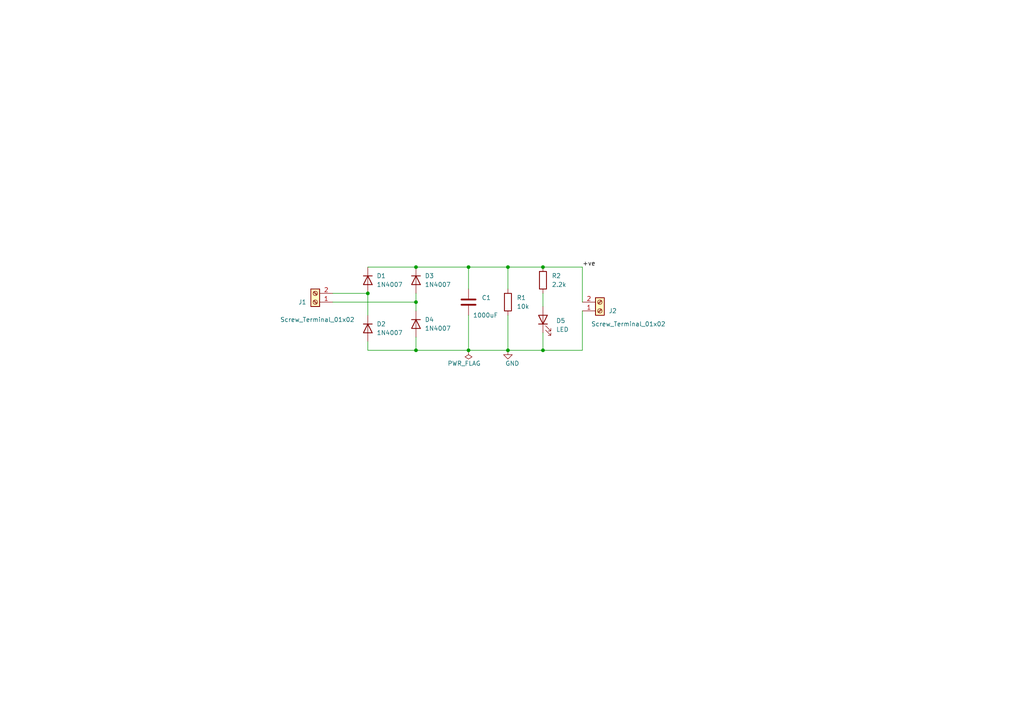
<source format=kicad_sch>
(kicad_sch
	(version 20250114)
	(generator "eeschema")
	(generator_version "9.0")
	(uuid "bcbd4b58-9440-4ee4-bcec-aa4c6605a62b")
	(paper "A4")
	(title_block
		(title "AC to DC converter")
		(date "2025-07-01")
	)
	(lib_symbols
		(symbol "Connector:Screw_Terminal_01x02"
			(pin_names
				(offset 1.016)
				(hide yes)
			)
			(exclude_from_sim no)
			(in_bom yes)
			(on_board yes)
			(property "Reference" "J"
				(at 0 2.54 0)
				(effects
					(font
						(size 1.27 1.27)
					)
				)
			)
			(property "Value" "Screw_Terminal_01x02"
				(at 0 -5.08 0)
				(effects
					(font
						(size 1.27 1.27)
					)
				)
			)
			(property "Footprint" ""
				(at 0 0 0)
				(effects
					(font
						(size 1.27 1.27)
					)
					(hide yes)
				)
			)
			(property "Datasheet" "~"
				(at 0 0 0)
				(effects
					(font
						(size 1.27 1.27)
					)
					(hide yes)
				)
			)
			(property "Description" "Generic screw terminal, single row, 01x02, script generated (kicad-library-utils/schlib/autogen/connector/)"
				(at 0 0 0)
				(effects
					(font
						(size 1.27 1.27)
					)
					(hide yes)
				)
			)
			(property "ki_keywords" "screw terminal"
				(at 0 0 0)
				(effects
					(font
						(size 1.27 1.27)
					)
					(hide yes)
				)
			)
			(property "ki_fp_filters" "TerminalBlock*:*"
				(at 0 0 0)
				(effects
					(font
						(size 1.27 1.27)
					)
					(hide yes)
				)
			)
			(symbol "Screw_Terminal_01x02_1_1"
				(rectangle
					(start -1.27 1.27)
					(end 1.27 -3.81)
					(stroke
						(width 0.254)
						(type default)
					)
					(fill
						(type background)
					)
				)
				(polyline
					(pts
						(xy -0.5334 0.3302) (xy 0.3302 -0.508)
					)
					(stroke
						(width 0.1524)
						(type default)
					)
					(fill
						(type none)
					)
				)
				(polyline
					(pts
						(xy -0.5334 -2.2098) (xy 0.3302 -3.048)
					)
					(stroke
						(width 0.1524)
						(type default)
					)
					(fill
						(type none)
					)
				)
				(polyline
					(pts
						(xy -0.3556 0.508) (xy 0.508 -0.3302)
					)
					(stroke
						(width 0.1524)
						(type default)
					)
					(fill
						(type none)
					)
				)
				(polyline
					(pts
						(xy -0.3556 -2.032) (xy 0.508 -2.8702)
					)
					(stroke
						(width 0.1524)
						(type default)
					)
					(fill
						(type none)
					)
				)
				(circle
					(center 0 0)
					(radius 0.635)
					(stroke
						(width 0.1524)
						(type default)
					)
					(fill
						(type none)
					)
				)
				(circle
					(center 0 -2.54)
					(radius 0.635)
					(stroke
						(width 0.1524)
						(type default)
					)
					(fill
						(type none)
					)
				)
				(pin passive line
					(at -5.08 0 0)
					(length 3.81)
					(name "Pin_1"
						(effects
							(font
								(size 1.27 1.27)
							)
						)
					)
					(number "1"
						(effects
							(font
								(size 1.27 1.27)
							)
						)
					)
				)
				(pin passive line
					(at -5.08 -2.54 0)
					(length 3.81)
					(name "Pin_2"
						(effects
							(font
								(size 1.27 1.27)
							)
						)
					)
					(number "2"
						(effects
							(font
								(size 1.27 1.27)
							)
						)
					)
				)
			)
			(embedded_fonts no)
		)
		(symbol "Device:C"
			(pin_numbers
				(hide yes)
			)
			(pin_names
				(offset 0.254)
			)
			(exclude_from_sim no)
			(in_bom yes)
			(on_board yes)
			(property "Reference" "C"
				(at 0.635 2.54 0)
				(effects
					(font
						(size 1.27 1.27)
					)
					(justify left)
				)
			)
			(property "Value" "C"
				(at 0.635 -2.54 0)
				(effects
					(font
						(size 1.27 1.27)
					)
					(justify left)
				)
			)
			(property "Footprint" ""
				(at 0.9652 -3.81 0)
				(effects
					(font
						(size 1.27 1.27)
					)
					(hide yes)
				)
			)
			(property "Datasheet" "~"
				(at 0 0 0)
				(effects
					(font
						(size 1.27 1.27)
					)
					(hide yes)
				)
			)
			(property "Description" "Unpolarized capacitor"
				(at 0 0 0)
				(effects
					(font
						(size 1.27 1.27)
					)
					(hide yes)
				)
			)
			(property "ki_keywords" "cap capacitor"
				(at 0 0 0)
				(effects
					(font
						(size 1.27 1.27)
					)
					(hide yes)
				)
			)
			(property "ki_fp_filters" "C_*"
				(at 0 0 0)
				(effects
					(font
						(size 1.27 1.27)
					)
					(hide yes)
				)
			)
			(symbol "C_0_1"
				(polyline
					(pts
						(xy -2.032 0.762) (xy 2.032 0.762)
					)
					(stroke
						(width 0.508)
						(type default)
					)
					(fill
						(type none)
					)
				)
				(polyline
					(pts
						(xy -2.032 -0.762) (xy 2.032 -0.762)
					)
					(stroke
						(width 0.508)
						(type default)
					)
					(fill
						(type none)
					)
				)
			)
			(symbol "C_1_1"
				(pin passive line
					(at 0 3.81 270)
					(length 2.794)
					(name "~"
						(effects
							(font
								(size 1.27 1.27)
							)
						)
					)
					(number "1"
						(effects
							(font
								(size 1.27 1.27)
							)
						)
					)
				)
				(pin passive line
					(at 0 -3.81 90)
					(length 2.794)
					(name "~"
						(effects
							(font
								(size 1.27 1.27)
							)
						)
					)
					(number "2"
						(effects
							(font
								(size 1.27 1.27)
							)
						)
					)
				)
			)
			(embedded_fonts no)
		)
		(symbol "Device:LED"
			(pin_numbers
				(hide yes)
			)
			(pin_names
				(offset 1.016)
				(hide yes)
			)
			(exclude_from_sim no)
			(in_bom yes)
			(on_board yes)
			(property "Reference" "D"
				(at 0 2.54 0)
				(effects
					(font
						(size 1.27 1.27)
					)
				)
			)
			(property "Value" "LED"
				(at 0 -2.54 0)
				(effects
					(font
						(size 1.27 1.27)
					)
				)
			)
			(property "Footprint" ""
				(at 0 0 0)
				(effects
					(font
						(size 1.27 1.27)
					)
					(hide yes)
				)
			)
			(property "Datasheet" "~"
				(at 0 0 0)
				(effects
					(font
						(size 1.27 1.27)
					)
					(hide yes)
				)
			)
			(property "Description" "Light emitting diode"
				(at 0 0 0)
				(effects
					(font
						(size 1.27 1.27)
					)
					(hide yes)
				)
			)
			(property "Sim.Pins" "1=K 2=A"
				(at 0 0 0)
				(effects
					(font
						(size 1.27 1.27)
					)
					(hide yes)
				)
			)
			(property "ki_keywords" "LED diode"
				(at 0 0 0)
				(effects
					(font
						(size 1.27 1.27)
					)
					(hide yes)
				)
			)
			(property "ki_fp_filters" "LED* LED_SMD:* LED_THT:*"
				(at 0 0 0)
				(effects
					(font
						(size 1.27 1.27)
					)
					(hide yes)
				)
			)
			(symbol "LED_0_1"
				(polyline
					(pts
						(xy -3.048 -0.762) (xy -4.572 -2.286) (xy -3.81 -2.286) (xy -4.572 -2.286) (xy -4.572 -1.524)
					)
					(stroke
						(width 0)
						(type default)
					)
					(fill
						(type none)
					)
				)
				(polyline
					(pts
						(xy -1.778 -0.762) (xy -3.302 -2.286) (xy -2.54 -2.286) (xy -3.302 -2.286) (xy -3.302 -1.524)
					)
					(stroke
						(width 0)
						(type default)
					)
					(fill
						(type none)
					)
				)
				(polyline
					(pts
						(xy -1.27 0) (xy 1.27 0)
					)
					(stroke
						(width 0)
						(type default)
					)
					(fill
						(type none)
					)
				)
				(polyline
					(pts
						(xy -1.27 -1.27) (xy -1.27 1.27)
					)
					(stroke
						(width 0.254)
						(type default)
					)
					(fill
						(type none)
					)
				)
				(polyline
					(pts
						(xy 1.27 -1.27) (xy 1.27 1.27) (xy -1.27 0) (xy 1.27 -1.27)
					)
					(stroke
						(width 0.254)
						(type default)
					)
					(fill
						(type none)
					)
				)
			)
			(symbol "LED_1_1"
				(pin passive line
					(at -3.81 0 0)
					(length 2.54)
					(name "K"
						(effects
							(font
								(size 1.27 1.27)
							)
						)
					)
					(number "1"
						(effects
							(font
								(size 1.27 1.27)
							)
						)
					)
				)
				(pin passive line
					(at 3.81 0 180)
					(length 2.54)
					(name "A"
						(effects
							(font
								(size 1.27 1.27)
							)
						)
					)
					(number "2"
						(effects
							(font
								(size 1.27 1.27)
							)
						)
					)
				)
			)
			(embedded_fonts no)
		)
		(symbol "Device:R"
			(pin_numbers
				(hide yes)
			)
			(pin_names
				(offset 0)
			)
			(exclude_from_sim no)
			(in_bom yes)
			(on_board yes)
			(property "Reference" "R"
				(at 2.032 0 90)
				(effects
					(font
						(size 1.27 1.27)
					)
				)
			)
			(property "Value" "R"
				(at 0 0 90)
				(effects
					(font
						(size 1.27 1.27)
					)
				)
			)
			(property "Footprint" ""
				(at -1.778 0 90)
				(effects
					(font
						(size 1.27 1.27)
					)
					(hide yes)
				)
			)
			(property "Datasheet" "~"
				(at 0 0 0)
				(effects
					(font
						(size 1.27 1.27)
					)
					(hide yes)
				)
			)
			(property "Description" "Resistor"
				(at 0 0 0)
				(effects
					(font
						(size 1.27 1.27)
					)
					(hide yes)
				)
			)
			(property "ki_keywords" "R res resistor"
				(at 0 0 0)
				(effects
					(font
						(size 1.27 1.27)
					)
					(hide yes)
				)
			)
			(property "ki_fp_filters" "R_*"
				(at 0 0 0)
				(effects
					(font
						(size 1.27 1.27)
					)
					(hide yes)
				)
			)
			(symbol "R_0_1"
				(rectangle
					(start -1.016 -2.54)
					(end 1.016 2.54)
					(stroke
						(width 0.254)
						(type default)
					)
					(fill
						(type none)
					)
				)
			)
			(symbol "R_1_1"
				(pin passive line
					(at 0 3.81 270)
					(length 1.27)
					(name "~"
						(effects
							(font
								(size 1.27 1.27)
							)
						)
					)
					(number "1"
						(effects
							(font
								(size 1.27 1.27)
							)
						)
					)
				)
				(pin passive line
					(at 0 -3.81 90)
					(length 1.27)
					(name "~"
						(effects
							(font
								(size 1.27 1.27)
							)
						)
					)
					(number "2"
						(effects
							(font
								(size 1.27 1.27)
							)
						)
					)
				)
			)
			(embedded_fonts no)
		)
		(symbol "Diode:1N4007"
			(pin_numbers
				(hide yes)
			)
			(pin_names
				(hide yes)
			)
			(exclude_from_sim no)
			(in_bom yes)
			(on_board yes)
			(property "Reference" "D"
				(at 0 2.54 0)
				(effects
					(font
						(size 1.27 1.27)
					)
				)
			)
			(property "Value" "1N4007"
				(at 0 -2.54 0)
				(effects
					(font
						(size 1.27 1.27)
					)
				)
			)
			(property "Footprint" "Diode_THT:D_DO-41_SOD81_P10.16mm_Horizontal"
				(at 0 -4.445 0)
				(effects
					(font
						(size 1.27 1.27)
					)
					(hide yes)
				)
			)
			(property "Datasheet" "http://www.vishay.com/docs/88503/1n4001.pdf"
				(at 0 0 0)
				(effects
					(font
						(size 1.27 1.27)
					)
					(hide yes)
				)
			)
			(property "Description" "1000V 1A General Purpose Rectifier Diode, DO-41"
				(at 0 0 0)
				(effects
					(font
						(size 1.27 1.27)
					)
					(hide yes)
				)
			)
			(property "Sim.Device" "D"
				(at 0 0 0)
				(effects
					(font
						(size 1.27 1.27)
					)
					(hide yes)
				)
			)
			(property "Sim.Pins" "1=K 2=A"
				(at 0 0 0)
				(effects
					(font
						(size 1.27 1.27)
					)
					(hide yes)
				)
			)
			(property "ki_keywords" "diode"
				(at 0 0 0)
				(effects
					(font
						(size 1.27 1.27)
					)
					(hide yes)
				)
			)
			(property "ki_fp_filters" "D*DO?41*"
				(at 0 0 0)
				(effects
					(font
						(size 1.27 1.27)
					)
					(hide yes)
				)
			)
			(symbol "1N4007_0_1"
				(polyline
					(pts
						(xy -1.27 1.27) (xy -1.27 -1.27)
					)
					(stroke
						(width 0.254)
						(type default)
					)
					(fill
						(type none)
					)
				)
				(polyline
					(pts
						(xy 1.27 1.27) (xy 1.27 -1.27) (xy -1.27 0) (xy 1.27 1.27)
					)
					(stroke
						(width 0.254)
						(type default)
					)
					(fill
						(type none)
					)
				)
				(polyline
					(pts
						(xy 1.27 0) (xy -1.27 0)
					)
					(stroke
						(width 0)
						(type default)
					)
					(fill
						(type none)
					)
				)
			)
			(symbol "1N4007_1_1"
				(pin passive line
					(at -3.81 0 0)
					(length 2.54)
					(name "K"
						(effects
							(font
								(size 1.27 1.27)
							)
						)
					)
					(number "1"
						(effects
							(font
								(size 1.27 1.27)
							)
						)
					)
				)
				(pin passive line
					(at 3.81 0 180)
					(length 2.54)
					(name "A"
						(effects
							(font
								(size 1.27 1.27)
							)
						)
					)
					(number "2"
						(effects
							(font
								(size 1.27 1.27)
							)
						)
					)
				)
			)
			(embedded_fonts no)
		)
		(symbol "power:GND"
			(power)
			(pin_numbers
				(hide yes)
			)
			(pin_names
				(offset 0)
				(hide yes)
			)
			(exclude_from_sim no)
			(in_bom yes)
			(on_board yes)
			(property "Reference" "#PWR"
				(at 0 -6.35 0)
				(effects
					(font
						(size 1.27 1.27)
					)
					(hide yes)
				)
			)
			(property "Value" "GND"
				(at 0 -3.81 0)
				(effects
					(font
						(size 1.27 1.27)
					)
				)
			)
			(property "Footprint" ""
				(at 0 0 0)
				(effects
					(font
						(size 1.27 1.27)
					)
					(hide yes)
				)
			)
			(property "Datasheet" ""
				(at 0 0 0)
				(effects
					(font
						(size 1.27 1.27)
					)
					(hide yes)
				)
			)
			(property "Description" "Power symbol creates a global label with name \"GND\" , ground"
				(at 0 0 0)
				(effects
					(font
						(size 1.27 1.27)
					)
					(hide yes)
				)
			)
			(property "ki_keywords" "global power"
				(at 0 0 0)
				(effects
					(font
						(size 1.27 1.27)
					)
					(hide yes)
				)
			)
			(symbol "GND_0_1"
				(polyline
					(pts
						(xy 0 0) (xy 0 -1.27) (xy 1.27 -1.27) (xy 0 -2.54) (xy -1.27 -1.27) (xy 0 -1.27)
					)
					(stroke
						(width 0)
						(type default)
					)
					(fill
						(type none)
					)
				)
			)
			(symbol "GND_1_1"
				(pin power_in line
					(at 0 0 270)
					(length 0)
					(name "~"
						(effects
							(font
								(size 1.27 1.27)
							)
						)
					)
					(number "1"
						(effects
							(font
								(size 1.27 1.27)
							)
						)
					)
				)
			)
			(embedded_fonts no)
		)
		(symbol "power:PWR_FLAG"
			(power)
			(pin_numbers
				(hide yes)
			)
			(pin_names
				(offset 0)
				(hide yes)
			)
			(exclude_from_sim no)
			(in_bom yes)
			(on_board yes)
			(property "Reference" "#FLG"
				(at 0 1.905 0)
				(effects
					(font
						(size 1.27 1.27)
					)
					(hide yes)
				)
			)
			(property "Value" "PWR_FLAG"
				(at 0 3.81 0)
				(effects
					(font
						(size 1.27 1.27)
					)
				)
			)
			(property "Footprint" ""
				(at 0 0 0)
				(effects
					(font
						(size 1.27 1.27)
					)
					(hide yes)
				)
			)
			(property "Datasheet" "~"
				(at 0 0 0)
				(effects
					(font
						(size 1.27 1.27)
					)
					(hide yes)
				)
			)
			(property "Description" "Special symbol for telling ERC where power comes from"
				(at 0 0 0)
				(effects
					(font
						(size 1.27 1.27)
					)
					(hide yes)
				)
			)
			(property "ki_keywords" "flag power"
				(at 0 0 0)
				(effects
					(font
						(size 1.27 1.27)
					)
					(hide yes)
				)
			)
			(symbol "PWR_FLAG_0_0"
				(pin power_out line
					(at 0 0 90)
					(length 0)
					(name "~"
						(effects
							(font
								(size 1.27 1.27)
							)
						)
					)
					(number "1"
						(effects
							(font
								(size 1.27 1.27)
							)
						)
					)
				)
			)
			(symbol "PWR_FLAG_0_1"
				(polyline
					(pts
						(xy 0 0) (xy 0 1.27) (xy -1.016 1.905) (xy 0 2.54) (xy 1.016 1.905) (xy 0 1.27)
					)
					(stroke
						(width 0)
						(type default)
					)
					(fill
						(type none)
					)
				)
			)
			(embedded_fonts no)
		)
	)
	(junction
		(at 157.48 77.47)
		(diameter 0)
		(color 0 0 0 0)
		(uuid "584bc4e1-4b34-40c4-86f1-c82a22865d92")
	)
	(junction
		(at 157.48 101.6)
		(diameter 0)
		(color 0 0 0 0)
		(uuid "73ab1a35-1057-472a-b7cb-0f7c65987dc9")
	)
	(junction
		(at 120.65 77.47)
		(diameter 0)
		(color 0 0 0 0)
		(uuid "76461564-fee3-4207-b3ad-e453f8f85f6a")
	)
	(junction
		(at 135.89 101.6)
		(diameter 0)
		(color 0 0 0 0)
		(uuid "7cea5376-988b-4f5d-82e4-74be63b64160")
	)
	(junction
		(at 120.65 87.63)
		(diameter 0)
		(color 0 0 0 0)
		(uuid "8ee1263c-94b1-4e9d-83b2-eca41ace87cb")
	)
	(junction
		(at 147.32 77.47)
		(diameter 0)
		(color 0 0 0 0)
		(uuid "8fb084a7-71ef-40be-8498-c23e885fb460")
	)
	(junction
		(at 106.68 85.09)
		(diameter 0)
		(color 0 0 0 0)
		(uuid "9bfdd3da-dbb0-46bc-96b6-d22cbae9f164")
	)
	(junction
		(at 135.89 77.47)
		(diameter 0)
		(color 0 0 0 0)
		(uuid "cef3ae1e-b997-4be2-abfc-1122cc9129d8")
	)
	(junction
		(at 120.65 101.6)
		(diameter 0)
		(color 0 0 0 0)
		(uuid "e44952b6-fd31-404d-8059-0e0bc6d9a967")
	)
	(junction
		(at 147.32 101.6)
		(diameter 0)
		(color 0 0 0 0)
		(uuid "f3112d6f-eb74-4418-9aed-e5b8bd1097fe")
	)
	(wire
		(pts
			(xy 96.52 87.63) (xy 120.65 87.63)
		)
		(stroke
			(width 0)
			(type default)
		)
		(uuid "06078a93-3a5a-46ab-ad73-23c52e6af651")
	)
	(wire
		(pts
			(xy 168.91 90.17) (xy 168.91 101.6)
		)
		(stroke
			(width 0)
			(type default)
		)
		(uuid "06f8921a-eb42-4c79-b5da-44b5ced5e6de")
	)
	(wire
		(pts
			(xy 157.48 85.09) (xy 157.48 88.9)
		)
		(stroke
			(width 0)
			(type default)
		)
		(uuid "0814b505-8ddb-4315-82eb-36a9efd5d3a9")
	)
	(wire
		(pts
			(xy 147.32 91.44) (xy 147.32 101.6)
		)
		(stroke
			(width 0)
			(type default)
		)
		(uuid "15aa498c-834b-44b8-81d5-d897c3a371b9")
	)
	(wire
		(pts
			(xy 106.68 77.47) (xy 120.65 77.47)
		)
		(stroke
			(width 0)
			(type default)
		)
		(uuid "21a0a77e-2578-484e-903a-2d39c5500370")
	)
	(wire
		(pts
			(xy 106.68 99.06) (xy 106.68 101.6)
		)
		(stroke
			(width 0)
			(type default)
		)
		(uuid "23e40f55-5530-4041-9240-ad6c69516643")
	)
	(wire
		(pts
			(xy 120.65 77.47) (xy 135.89 77.47)
		)
		(stroke
			(width 0)
			(type default)
		)
		(uuid "39fdd89a-38cb-4694-94b3-86389d3a7a7f")
	)
	(wire
		(pts
			(xy 135.89 101.6) (xy 147.32 101.6)
		)
		(stroke
			(width 0)
			(type default)
		)
		(uuid "3ce34515-4f69-44fe-8781-759fcb093478")
	)
	(wire
		(pts
			(xy 120.65 85.09) (xy 120.65 87.63)
		)
		(stroke
			(width 0)
			(type default)
		)
		(uuid "4638b997-3fc5-4f90-b8e3-5908eef25075")
	)
	(wire
		(pts
			(xy 106.68 101.6) (xy 120.65 101.6)
		)
		(stroke
			(width 0)
			(type default)
		)
		(uuid "4a3a92c6-5f1c-404c-ae8b-8a55346b8c8c")
	)
	(wire
		(pts
			(xy 120.65 97.79) (xy 120.65 101.6)
		)
		(stroke
			(width 0)
			(type default)
		)
		(uuid "5d198db1-a442-4301-a654-8e31939ce92c")
	)
	(wire
		(pts
			(xy 157.48 101.6) (xy 168.91 101.6)
		)
		(stroke
			(width 0)
			(type default)
		)
		(uuid "6083ff8a-0373-405d-b213-09fb6ec7b35b")
	)
	(wire
		(pts
			(xy 147.32 77.47) (xy 157.48 77.47)
		)
		(stroke
			(width 0)
			(type default)
		)
		(uuid "75e76c7e-7ef9-47f2-af66-72fdd5ac841b")
	)
	(wire
		(pts
			(xy 120.65 87.63) (xy 120.65 90.17)
		)
		(stroke
			(width 0)
			(type default)
		)
		(uuid "7f6bcdb2-6d79-4b18-b756-88e5383bdce1")
	)
	(wire
		(pts
			(xy 96.52 85.09) (xy 106.68 85.09)
		)
		(stroke
			(width 0)
			(type default)
		)
		(uuid "9305f0fe-4756-4ffd-8d5e-c1424e3d7df9")
	)
	(wire
		(pts
			(xy 106.68 85.09) (xy 106.68 91.44)
		)
		(stroke
			(width 0)
			(type default)
		)
		(uuid "9d3065fd-4dab-4bed-ad8e-8e88e91326ab")
	)
	(wire
		(pts
			(xy 120.65 101.6) (xy 135.89 101.6)
		)
		(stroke
			(width 0)
			(type default)
		)
		(uuid "9ecba710-7546-425f-93e5-3b360e46744a")
	)
	(wire
		(pts
			(xy 135.89 77.47) (xy 135.89 83.82)
		)
		(stroke
			(width 0)
			(type default)
		)
		(uuid "a033f8e4-7f73-418d-a03c-eac0b16683ad")
	)
	(wire
		(pts
			(xy 157.48 77.47) (xy 168.91 77.47)
		)
		(stroke
			(width 0)
			(type default)
		)
		(uuid "a0b940bb-eae3-41e0-a6f5-8eecab2818f4")
	)
	(wire
		(pts
			(xy 147.32 77.47) (xy 147.32 83.82)
		)
		(stroke
			(width 0)
			(type default)
		)
		(uuid "be889694-9218-4c64-9949-f1af2aa48b4a")
	)
	(wire
		(pts
			(xy 157.48 96.52) (xy 157.48 101.6)
		)
		(stroke
			(width 0)
			(type default)
		)
		(uuid "c34638ea-cb01-4983-9fcf-8ebdfc8e5079")
	)
	(wire
		(pts
			(xy 135.89 91.44) (xy 135.89 101.6)
		)
		(stroke
			(width 0)
			(type default)
		)
		(uuid "c37729fb-475d-449a-9ab4-7a5fedcf449b")
	)
	(wire
		(pts
			(xy 147.32 101.6) (xy 157.48 101.6)
		)
		(stroke
			(width 0)
			(type default)
		)
		(uuid "d54c3971-bf1c-4040-b1ff-a6f3f400515b")
	)
	(wire
		(pts
			(xy 168.91 77.47) (xy 168.91 87.63)
		)
		(stroke
			(width 0)
			(type default)
		)
		(uuid "e12785b8-3406-4ed9-83c9-5f85248d8c13")
	)
	(wire
		(pts
			(xy 135.89 77.47) (xy 147.32 77.47)
		)
		(stroke
			(width 0)
			(type default)
		)
		(uuid "ff1aeac4-c919-4fc3-a863-cef17e8a8495")
	)
	(label "+ve"
		(at 168.91 77.47 0)
		(effects
			(font
				(size 1.27 1.27)
			)
			(justify left bottom)
		)
		(uuid "daa8e0c4-ae69-4182-b89c-a04c13e18150")
	)
	(symbol
		(lib_id "Connector:Screw_Terminal_01x02")
		(at 91.44 87.63 180)
		(unit 1)
		(exclude_from_sim no)
		(in_bom yes)
		(on_board yes)
		(dnp no)
		(uuid "3326acbe-1930-446c-a702-747abd249b37")
		(property "Reference" "J1"
			(at 88.9 87.6301 0)
			(effects
				(font
					(size 1.27 1.27)
				)
				(justify left)
			)
		)
		(property "Value" "Screw_Terminal_01x02"
			(at 102.87 92.71 0)
			(effects
				(font
					(size 1.27 1.27)
				)
				(justify left)
			)
		)
		(property "Footprint" "TerminalBlock:TerminalBlock_bornier-2_P5.08mm"
			(at 91.44 87.63 0)
			(effects
				(font
					(size 1.27 1.27)
				)
				(hide yes)
			)
		)
		(property "Datasheet" "~"
			(at 91.44 87.63 0)
			(effects
				(font
					(size 1.27 1.27)
				)
				(hide yes)
			)
		)
		(property "Description" "Generic screw terminal, single row, 01x02, script generated (kicad-library-utils/schlib/autogen/connector/)"
			(at 91.44 87.63 0)
			(effects
				(font
					(size 1.27 1.27)
				)
				(hide yes)
			)
		)
		(pin "1"
			(uuid "7f20867c-0da3-419d-b03d-e1bb37366a62")
		)
		(pin "2"
			(uuid "3f0b6352-3a72-42a0-b9cb-f2afc2063915")
		)
		(instances
			(project ""
				(path "/bcbd4b58-9440-4ee4-bcec-aa4c6605a62b"
					(reference "J1")
					(unit 1)
				)
			)
		)
	)
	(symbol
		(lib_id "Diode:1N4007")
		(at 106.68 95.25 270)
		(unit 1)
		(exclude_from_sim no)
		(in_bom yes)
		(on_board yes)
		(dnp no)
		(fields_autoplaced yes)
		(uuid "3d55df9c-db1f-4040-9300-f8f5d3484842")
		(property "Reference" "D2"
			(at 109.22 93.9799 90)
			(effects
				(font
					(size 1.27 1.27)
				)
				(justify left)
			)
		)
		(property "Value" "1N4007"
			(at 109.22 96.5199 90)
			(effects
				(font
					(size 1.27 1.27)
				)
				(justify left)
			)
		)
		(property "Footprint" "Diode_THT:D_DO-41_SOD81_P10.16mm_Horizontal"
			(at 102.235 95.25 0)
			(effects
				(font
					(size 1.27 1.27)
				)
				(hide yes)
			)
		)
		(property "Datasheet" "http://www.vishay.com/docs/88503/1n4001.pdf"
			(at 106.68 95.25 0)
			(effects
				(font
					(size 1.27 1.27)
				)
				(hide yes)
			)
		)
		(property "Description" "1000V 1A General Purpose Rectifier Diode, DO-41"
			(at 106.68 95.25 0)
			(effects
				(font
					(size 1.27 1.27)
				)
				(hide yes)
			)
		)
		(property "Sim.Device" "D"
			(at 106.68 95.25 0)
			(effects
				(font
					(size 1.27 1.27)
				)
				(hide yes)
			)
		)
		(property "Sim.Pins" "1=K 2=A"
			(at 106.68 95.25 0)
			(effects
				(font
					(size 1.27 1.27)
				)
				(hide yes)
			)
		)
		(pin "2"
			(uuid "126f4dcc-e9a0-4838-b051-561f3f25df2a")
		)
		(pin "1"
			(uuid "e3c0c8b9-f864-4d99-999d-1d445eed9fc3")
		)
		(instances
			(project "Design"
				(path "/bcbd4b58-9440-4ee4-bcec-aa4c6605a62b"
					(reference "D2")
					(unit 1)
				)
			)
		)
	)
	(symbol
		(lib_id "Device:R")
		(at 157.48 81.28 180)
		(unit 1)
		(exclude_from_sim no)
		(in_bom yes)
		(on_board yes)
		(dnp no)
		(fields_autoplaced yes)
		(uuid "5ae00562-7281-4670-80a8-df7122d0c51f")
		(property "Reference" "R2"
			(at 160.02 80.0099 0)
			(effects
				(font
					(size 1.27 1.27)
				)
				(justify right)
			)
		)
		(property "Value" "2.2k"
			(at 160.02 82.5499 0)
			(effects
				(font
					(size 1.27 1.27)
				)
				(justify right)
			)
		)
		(property "Footprint" "Resistor_THT:R_Axial_DIN0207_L6.3mm_D2.5mm_P7.62mm_Horizontal"
			(at 159.258 81.28 90)
			(effects
				(font
					(size 1.27 1.27)
				)
				(hide yes)
			)
		)
		(property "Datasheet" "~"
			(at 157.48 81.28 0)
			(effects
				(font
					(size 1.27 1.27)
				)
				(hide yes)
			)
		)
		(property "Description" "Resistor"
			(at 157.48 81.28 0)
			(effects
				(font
					(size 1.27 1.27)
				)
				(hide yes)
			)
		)
		(pin "1"
			(uuid "6b6d23c2-3362-4f38-854d-b73d96d02975")
		)
		(pin "2"
			(uuid "b9f7bbfe-8553-42ed-9b48-19a903ae07c8")
		)
		(instances
			(project ""
				(path "/bcbd4b58-9440-4ee4-bcec-aa4c6605a62b"
					(reference "R2")
					(unit 1)
				)
			)
		)
	)
	(symbol
		(lib_id "Device:LED")
		(at 157.48 92.71 90)
		(unit 1)
		(exclude_from_sim no)
		(in_bom yes)
		(on_board yes)
		(dnp no)
		(fields_autoplaced yes)
		(uuid "7a53c6c7-bfee-4ab8-b35c-e05a8720ce17")
		(property "Reference" "D5"
			(at 161.29 93.0274 90)
			(effects
				(font
					(size 1.27 1.27)
				)
				(justify right)
			)
		)
		(property "Value" "LED"
			(at 161.29 95.5674 90)
			(effects
				(font
					(size 1.27 1.27)
				)
				(justify right)
			)
		)
		(property "Footprint" "LED_THT:LED_D5.0mm"
			(at 157.48 92.71 0)
			(effects
				(font
					(size 1.27 1.27)
				)
				(hide yes)
			)
		)
		(property "Datasheet" "~"
			(at 157.48 92.71 0)
			(effects
				(font
					(size 1.27 1.27)
				)
				(hide yes)
			)
		)
		(property "Description" "Light emitting diode"
			(at 157.48 92.71 0)
			(effects
				(font
					(size 1.27 1.27)
				)
				(hide yes)
			)
		)
		(property "Sim.Pins" "1=K 2=A"
			(at 157.48 92.71 0)
			(effects
				(font
					(size 1.27 1.27)
				)
				(hide yes)
			)
		)
		(pin "1"
			(uuid "3f43abaa-70d0-447a-9eca-503be485450e")
		)
		(pin "2"
			(uuid "20bac7a7-d4e3-4e92-83b9-31ddf1370504")
		)
		(instances
			(project ""
				(path "/bcbd4b58-9440-4ee4-bcec-aa4c6605a62b"
					(reference "D5")
					(unit 1)
				)
			)
		)
	)
	(symbol
		(lib_id "Diode:1N4007")
		(at 120.65 93.98 270)
		(unit 1)
		(exclude_from_sim no)
		(in_bom yes)
		(on_board yes)
		(dnp no)
		(fields_autoplaced yes)
		(uuid "93a62065-018d-4767-bdc3-862015d1f568")
		(property "Reference" "D4"
			(at 123.19 92.7099 90)
			(effects
				(font
					(size 1.27 1.27)
				)
				(justify left)
			)
		)
		(property "Value" "1N4007"
			(at 123.19 95.2499 90)
			(effects
				(font
					(size 1.27 1.27)
				)
				(justify left)
			)
		)
		(property "Footprint" "Diode_THT:D_DO-41_SOD81_P10.16mm_Horizontal"
			(at 116.205 93.98 0)
			(effects
				(font
					(size 1.27 1.27)
				)
				(hide yes)
			)
		)
		(property "Datasheet" "http://www.vishay.com/docs/88503/1n4001.pdf"
			(at 120.65 93.98 0)
			(effects
				(font
					(size 1.27 1.27)
				)
				(hide yes)
			)
		)
		(property "Description" "1000V 1A General Purpose Rectifier Diode, DO-41"
			(at 120.65 93.98 0)
			(effects
				(font
					(size 1.27 1.27)
				)
				(hide yes)
			)
		)
		(property "Sim.Device" "D"
			(at 120.65 93.98 0)
			(effects
				(font
					(size 1.27 1.27)
				)
				(hide yes)
			)
		)
		(property "Sim.Pins" "1=K 2=A"
			(at 120.65 93.98 0)
			(effects
				(font
					(size 1.27 1.27)
				)
				(hide yes)
			)
		)
		(pin "2"
			(uuid "fb241ae5-86a2-410b-8836-701c67489ab4")
		)
		(pin "1"
			(uuid "c5c0159e-f8d2-476e-9ebf-98deed371975")
		)
		(instances
			(project "Design"
				(path "/bcbd4b58-9440-4ee4-bcec-aa4c6605a62b"
					(reference "D4")
					(unit 1)
				)
			)
		)
	)
	(symbol
		(lib_id "Diode:1N4007")
		(at 120.65 81.28 270)
		(unit 1)
		(exclude_from_sim no)
		(in_bom yes)
		(on_board yes)
		(dnp no)
		(fields_autoplaced yes)
		(uuid "a250412a-670d-413f-8978-ec4adeefb2a0")
		(property "Reference" "D3"
			(at 123.19 80.0099 90)
			(effects
				(font
					(size 1.27 1.27)
				)
				(justify left)
			)
		)
		(property "Value" "1N4007"
			(at 123.19 82.5499 90)
			(effects
				(font
					(size 1.27 1.27)
				)
				(justify left)
			)
		)
		(property "Footprint" "Diode_THT:D_DO-41_SOD81_P10.16mm_Horizontal"
			(at 116.205 81.28 0)
			(effects
				(font
					(size 1.27 1.27)
				)
				(hide yes)
			)
		)
		(property "Datasheet" "http://www.vishay.com/docs/88503/1n4001.pdf"
			(at 120.65 81.28 0)
			(effects
				(font
					(size 1.27 1.27)
				)
				(hide yes)
			)
		)
		(property "Description" "1000V 1A General Purpose Rectifier Diode, DO-41"
			(at 120.65 81.28 0)
			(effects
				(font
					(size 1.27 1.27)
				)
				(hide yes)
			)
		)
		(property "Sim.Device" "D"
			(at 120.65 81.28 0)
			(effects
				(font
					(size 1.27 1.27)
				)
				(hide yes)
			)
		)
		(property "Sim.Pins" "1=K 2=A"
			(at 120.65 81.28 0)
			(effects
				(font
					(size 1.27 1.27)
				)
				(hide yes)
			)
		)
		(pin "2"
			(uuid "ffda2b95-7eb3-494b-a264-fdda0bffa445")
		)
		(pin "1"
			(uuid "808e7ad4-ee3e-4312-96e6-971a2568c697")
		)
		(instances
			(project "Design"
				(path "/bcbd4b58-9440-4ee4-bcec-aa4c6605a62b"
					(reference "D3")
					(unit 1)
				)
			)
		)
	)
	(symbol
		(lib_id "Diode:1N4007")
		(at 106.68 81.28 270)
		(unit 1)
		(exclude_from_sim no)
		(in_bom yes)
		(on_board yes)
		(dnp no)
		(fields_autoplaced yes)
		(uuid "c75c6325-ee96-4413-b8a0-d9ef6b213005")
		(property "Reference" "D1"
			(at 109.22 80.0099 90)
			(effects
				(font
					(size 1.27 1.27)
				)
				(justify left)
			)
		)
		(property "Value" "1N4007"
			(at 109.22 82.5499 90)
			(effects
				(font
					(size 1.27 1.27)
				)
				(justify left)
			)
		)
		(property "Footprint" "Diode_THT:D_DO-41_SOD81_P10.16mm_Horizontal"
			(at 102.235 81.28 0)
			(effects
				(font
					(size 1.27 1.27)
				)
				(hide yes)
			)
		)
		(property "Datasheet" "http://www.vishay.com/docs/88503/1n4001.pdf"
			(at 106.68 81.28 0)
			(effects
				(font
					(size 1.27 1.27)
				)
				(hide yes)
			)
		)
		(property "Description" "1000V 1A General Purpose Rectifier Diode, DO-41"
			(at 106.68 81.28 0)
			(effects
				(font
					(size 1.27 1.27)
				)
				(hide yes)
			)
		)
		(property "Sim.Device" "D"
			(at 106.68 81.28 0)
			(effects
				(font
					(size 1.27 1.27)
				)
				(hide yes)
			)
		)
		(property "Sim.Pins" "1=K 2=A"
			(at 106.68 81.28 0)
			(effects
				(font
					(size 1.27 1.27)
				)
				(hide yes)
			)
		)
		(pin "2"
			(uuid "b1008106-80ae-4eaa-981f-e96ff96250bc")
		)
		(pin "1"
			(uuid "d6013601-0ca3-4a0f-884d-8a97619c0782")
		)
		(instances
			(project ""
				(path "/bcbd4b58-9440-4ee4-bcec-aa4c6605a62b"
					(reference "D1")
					(unit 1)
				)
			)
		)
	)
	(symbol
		(lib_id "Device:R")
		(at 147.32 87.63 180)
		(unit 1)
		(exclude_from_sim no)
		(in_bom yes)
		(on_board yes)
		(dnp no)
		(fields_autoplaced yes)
		(uuid "cb101291-65fc-4d2f-be2c-1c0bfbc4b203")
		(property "Reference" "R1"
			(at 149.86 86.3599 0)
			(effects
				(font
					(size 1.27 1.27)
				)
				(justify right)
			)
		)
		(property "Value" "10k"
			(at 149.86 88.8999 0)
			(effects
				(font
					(size 1.27 1.27)
				)
				(justify right)
			)
		)
		(property "Footprint" "Resistor_THT:R_Axial_DIN0207_L6.3mm_D2.5mm_P7.62mm_Horizontal"
			(at 149.098 87.63 90)
			(effects
				(font
					(size 1.27 1.27)
				)
				(hide yes)
			)
		)
		(property "Datasheet" "~"
			(at 147.32 87.63 0)
			(effects
				(font
					(size 1.27 1.27)
				)
				(hide yes)
			)
		)
		(property "Description" "Resistor"
			(at 147.32 87.63 0)
			(effects
				(font
					(size 1.27 1.27)
				)
				(hide yes)
			)
		)
		(pin "1"
			(uuid "2f652524-f85b-4a5d-ac3a-ffc80dd5261b")
		)
		(pin "2"
			(uuid "24e2fa31-0245-4753-b381-09ba7103702b")
		)
		(instances
			(project "Design"
				(path "/bcbd4b58-9440-4ee4-bcec-aa4c6605a62b"
					(reference "R1")
					(unit 1)
				)
			)
		)
	)
	(symbol
		(lib_id "power:GND")
		(at 147.32 101.6 0)
		(unit 1)
		(exclude_from_sim no)
		(in_bom yes)
		(on_board yes)
		(dnp no)
		(uuid "e328a4e8-6edc-4231-abf9-f449b723900b")
		(property "Reference" "#PWR01"
			(at 147.32 107.95 0)
			(effects
				(font
					(size 1.27 1.27)
				)
				(hide yes)
			)
		)
		(property "Value" "GND"
			(at 148.59 105.41 0)
			(effects
				(font
					(size 1.27 1.27)
				)
			)
		)
		(property "Footprint" ""
			(at 147.32 101.6 0)
			(effects
				(font
					(size 1.27 1.27)
				)
				(hide yes)
			)
		)
		(property "Datasheet" ""
			(at 147.32 101.6 0)
			(effects
				(font
					(size 1.27 1.27)
				)
				(hide yes)
			)
		)
		(property "Description" "Power symbol creates a global label with name \"GND\" , ground"
			(at 147.32 101.6 0)
			(effects
				(font
					(size 1.27 1.27)
				)
				(hide yes)
			)
		)
		(pin "1"
			(uuid "2bf20134-4bc0-4136-9e63-4aab5f96c3c9")
		)
		(instances
			(project ""
				(path "/bcbd4b58-9440-4ee4-bcec-aa4c6605a62b"
					(reference "#PWR01")
					(unit 1)
				)
			)
		)
	)
	(symbol
		(lib_id "Device:C")
		(at 135.89 87.63 0)
		(unit 1)
		(exclude_from_sim no)
		(in_bom yes)
		(on_board yes)
		(dnp no)
		(uuid "ef78f992-dd46-469e-8bce-253186f737a8")
		(property "Reference" "C1"
			(at 139.7 86.3599 0)
			(effects
				(font
					(size 1.27 1.27)
				)
				(justify left)
			)
		)
		(property "Value" "1000uF"
			(at 137.16 91.44 0)
			(effects
				(font
					(size 1.27 1.27)
				)
				(justify left)
			)
		)
		(property "Footprint" "Capacitor_THT:C_Radial_D8.0mm_H11.5mm_P3.50mm"
			(at 136.8552 91.44 0)
			(effects
				(font
					(size 1.27 1.27)
				)
				(hide yes)
			)
		)
		(property "Datasheet" "~"
			(at 135.89 87.63 0)
			(effects
				(font
					(size 1.27 1.27)
				)
				(hide yes)
			)
		)
		(property "Description" "Unpolarized capacitor"
			(at 135.89 87.63 0)
			(effects
				(font
					(size 1.27 1.27)
				)
				(hide yes)
			)
		)
		(pin "1"
			(uuid "1985df83-c3ba-402e-9f7e-5a57cd552555")
		)
		(pin "2"
			(uuid "d31000aa-fd77-44df-b847-7ea64b16b93d")
		)
		(instances
			(project ""
				(path "/bcbd4b58-9440-4ee4-bcec-aa4c6605a62b"
					(reference "C1")
					(unit 1)
				)
			)
		)
	)
	(symbol
		(lib_id "power:PWR_FLAG")
		(at 135.89 101.6 180)
		(unit 1)
		(exclude_from_sim no)
		(in_bom yes)
		(on_board yes)
		(dnp no)
		(uuid "f9de16fd-3827-4df9-98a9-1c3328b02ee2")
		(property "Reference" "#FLG01"
			(at 135.89 103.505 0)
			(effects
				(font
					(size 1.27 1.27)
				)
				(hide yes)
			)
		)
		(property "Value" "PWR_FLAG"
			(at 134.62 105.41 0)
			(effects
				(font
					(size 1.27 1.27)
				)
			)
		)
		(property "Footprint" ""
			(at 135.89 101.6 0)
			(effects
				(font
					(size 1.27 1.27)
				)
				(hide yes)
			)
		)
		(property "Datasheet" "~"
			(at 135.89 101.6 0)
			(effects
				(font
					(size 1.27 1.27)
				)
				(hide yes)
			)
		)
		(property "Description" "Special symbol for telling ERC where power comes from"
			(at 135.89 101.6 0)
			(effects
				(font
					(size 1.27 1.27)
				)
				(hide yes)
			)
		)
		(pin "1"
			(uuid "c7057361-9187-48ed-8c05-5283f6d7a20e")
		)
		(instances
			(project ""
				(path "/bcbd4b58-9440-4ee4-bcec-aa4c6605a62b"
					(reference "#FLG01")
					(unit 1)
				)
			)
		)
	)
	(symbol
		(lib_id "Connector:Screw_Terminal_01x02")
		(at 173.99 90.17 0)
		(mirror x)
		(unit 1)
		(exclude_from_sim no)
		(in_bom yes)
		(on_board yes)
		(dnp no)
		(uuid "fcd4e014-2579-4feb-b060-330b1f597136")
		(property "Reference" "J2"
			(at 176.53 90.1701 0)
			(effects
				(font
					(size 1.27 1.27)
				)
				(justify left)
			)
		)
		(property "Value" "Screw_Terminal_01x02"
			(at 171.45 93.98 0)
			(effects
				(font
					(size 1.27 1.27)
				)
				(justify left)
			)
		)
		(property "Footprint" "TerminalBlock:TerminalBlock_bornier-2_P5.08mm"
			(at 173.99 90.17 0)
			(effects
				(font
					(size 1.27 1.27)
				)
				(hide yes)
			)
		)
		(property "Datasheet" "~"
			(at 173.99 90.17 0)
			(effects
				(font
					(size 1.27 1.27)
				)
				(hide yes)
			)
		)
		(property "Description" "Generic screw terminal, single row, 01x02, script generated (kicad-library-utils/schlib/autogen/connector/)"
			(at 173.99 90.17 0)
			(effects
				(font
					(size 1.27 1.27)
				)
				(hide yes)
			)
		)
		(pin "1"
			(uuid "49c08637-c764-4174-815a-627d77b06199")
		)
		(pin "2"
			(uuid "ae4d9e7d-bb52-44ce-84d6-6c9a0ecab190")
		)
		(instances
			(project "Design"
				(path "/bcbd4b58-9440-4ee4-bcec-aa4c6605a62b"
					(reference "J2")
					(unit 1)
				)
			)
		)
	)
	(sheet_instances
		(path "/"
			(page "1")
		)
	)
	(embedded_fonts no)
)

</source>
